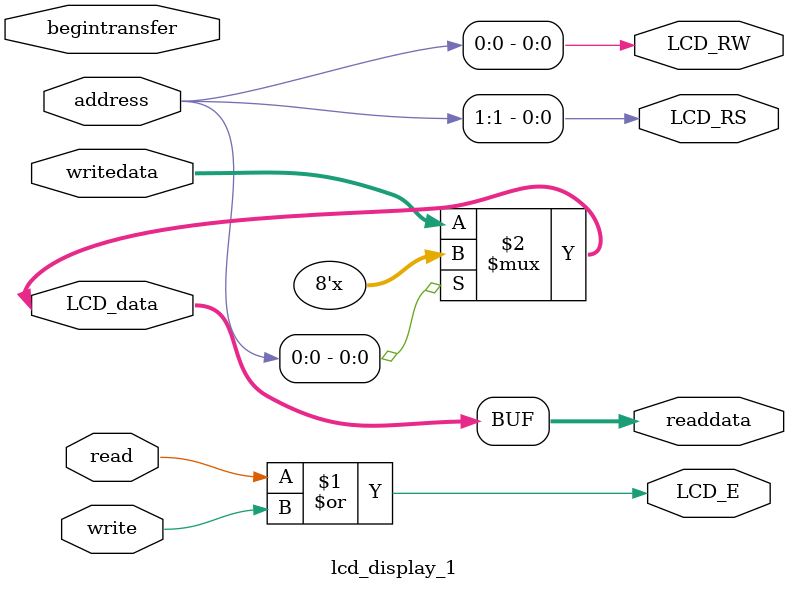
<source format=v>
module lcd_display_1 (
                      address,
                      begintransfer,
                      read,
                      write,
                      writedata,
                      LCD_E,
                      LCD_RS,
                      LCD_RW,
                      LCD_data,
                      readdata
                   )
;
  output           LCD_E;
  output           LCD_RS;
  output           LCD_RW;
  inout   [  7: 0] LCD_data;
  output  [  7: 0] readdata;
  input   [  1: 0] address;
  input            begintransfer;
  input            read;
  input            write;
  input   [  7: 0] writedata;
  wire             LCD_E;
  wire             LCD_RS;
  wire             LCD_RW;
  wire    [  7: 0] LCD_data;
  wire    [  7: 0] readdata;
  assign LCD_RW = address[0];
  assign LCD_RS = address[1];
  assign LCD_E = read | write;
  assign LCD_data = (address[0]) ? 8'bz : writedata;
  assign readdata = LCD_data;
endmodule
</source>
